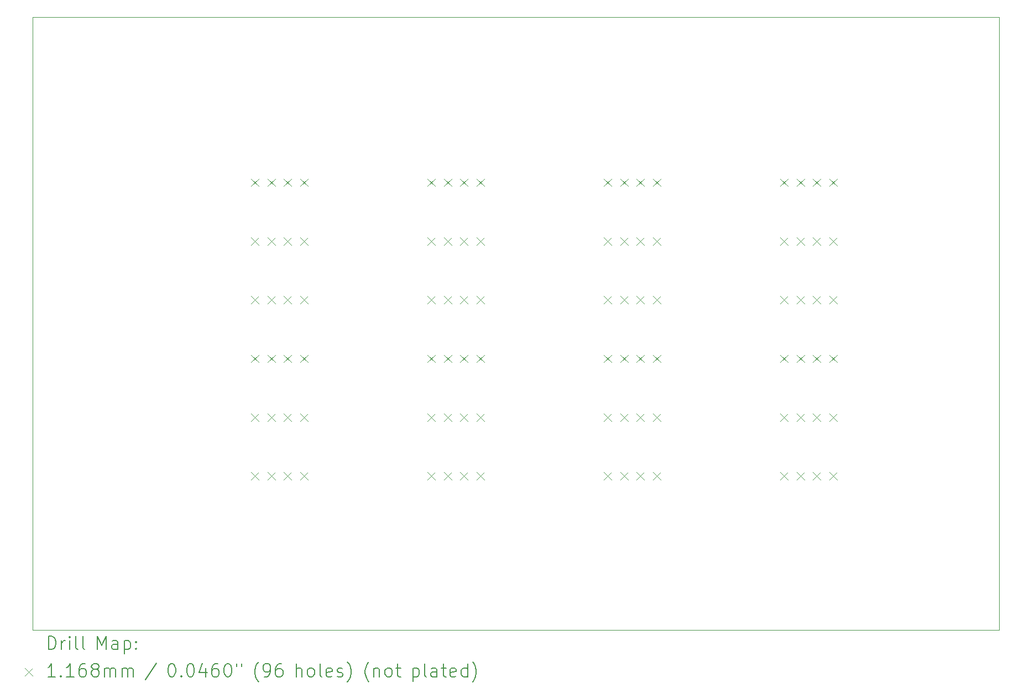
<source format=gbr>
%TF.GenerationSoftware,KiCad,Pcbnew,(7.0.0)*%
%TF.CreationDate,2023-07-13T10:05:51-04:00*%
%TF.ProjectId,bracket-led-panel,62726163-6b65-4742-9d6c-65642d70616e,rev?*%
%TF.SameCoordinates,Original*%
%TF.FileFunction,Drillmap*%
%TF.FilePolarity,Positive*%
%FSLAX45Y45*%
G04 Gerber Fmt 4.5, Leading zero omitted, Abs format (unit mm)*
G04 Created by KiCad (PCBNEW (7.0.0)) date 2023-07-13 10:05:51*
%MOMM*%
%LPD*%
G01*
G04 APERTURE LIST*
%ADD10C,0.100000*%
%ADD11C,0.200000*%
%ADD12C,0.116840*%
G04 APERTURE END LIST*
D10*
X17900000Y-11400000D02*
X17900000Y-2000000D01*
X3100000Y-2000000D02*
X3100000Y-11400000D01*
X17900000Y-2000000D02*
X3100000Y-2000000D01*
X3100000Y-11400000D02*
X17900000Y-11400000D01*
X3100000Y-11400000D02*
X3100000Y-11400000D01*
D11*
D12*
X6444580Y-4481580D02*
X6561420Y-4598420D01*
X6561420Y-4481580D02*
X6444580Y-4598420D01*
X6444580Y-5381580D02*
X6561420Y-5498420D01*
X6561420Y-5381580D02*
X6444580Y-5498420D01*
X6444580Y-6281580D02*
X6561420Y-6398420D01*
X6561420Y-6281580D02*
X6444580Y-6398420D01*
X6444580Y-7181580D02*
X6561420Y-7298420D01*
X6561420Y-7181580D02*
X6444580Y-7298420D01*
X6444580Y-8081580D02*
X6561420Y-8198420D01*
X6561420Y-8081580D02*
X6444580Y-8198420D01*
X6444580Y-8981580D02*
X6561420Y-9098420D01*
X6561420Y-8981580D02*
X6444580Y-9098420D01*
X6698580Y-4481580D02*
X6815420Y-4598420D01*
X6815420Y-4481580D02*
X6698580Y-4598420D01*
X6698580Y-5381580D02*
X6815420Y-5498420D01*
X6815420Y-5381580D02*
X6698580Y-5498420D01*
X6698580Y-6281580D02*
X6815420Y-6398420D01*
X6815420Y-6281580D02*
X6698580Y-6398420D01*
X6698580Y-7181580D02*
X6815420Y-7298420D01*
X6815420Y-7181580D02*
X6698580Y-7298420D01*
X6698580Y-8081580D02*
X6815420Y-8198420D01*
X6815420Y-8081580D02*
X6698580Y-8198420D01*
X6698580Y-8981580D02*
X6815420Y-9098420D01*
X6815420Y-8981580D02*
X6698580Y-9098420D01*
X6944580Y-4481580D02*
X7061420Y-4598420D01*
X7061420Y-4481580D02*
X6944580Y-4598420D01*
X6944580Y-5381580D02*
X7061420Y-5498420D01*
X7061420Y-5381580D02*
X6944580Y-5498420D01*
X6944580Y-6281580D02*
X7061420Y-6398420D01*
X7061420Y-6281580D02*
X6944580Y-6398420D01*
X6944580Y-7181580D02*
X7061420Y-7298420D01*
X7061420Y-7181580D02*
X6944580Y-7298420D01*
X6944580Y-8081580D02*
X7061420Y-8198420D01*
X7061420Y-8081580D02*
X6944580Y-8198420D01*
X6944580Y-8981580D02*
X7061420Y-9098420D01*
X7061420Y-8981580D02*
X6944580Y-9098420D01*
X7198580Y-4481580D02*
X7315420Y-4598420D01*
X7315420Y-4481580D02*
X7198580Y-4598420D01*
X7198580Y-5381580D02*
X7315420Y-5498420D01*
X7315420Y-5381580D02*
X7198580Y-5498420D01*
X7198580Y-6281580D02*
X7315420Y-6398420D01*
X7315420Y-6281580D02*
X7198580Y-6398420D01*
X7198580Y-7181580D02*
X7315420Y-7298420D01*
X7315420Y-7181580D02*
X7198580Y-7298420D01*
X7198580Y-8081580D02*
X7315420Y-8198420D01*
X7315420Y-8081580D02*
X7198580Y-8198420D01*
X7198580Y-8981580D02*
X7315420Y-9098420D01*
X7315420Y-8981580D02*
X7198580Y-9098420D01*
X9144580Y-4481580D02*
X9261420Y-4598420D01*
X9261420Y-4481580D02*
X9144580Y-4598420D01*
X9144580Y-5381580D02*
X9261420Y-5498420D01*
X9261420Y-5381580D02*
X9144580Y-5498420D01*
X9144580Y-6281580D02*
X9261420Y-6398420D01*
X9261420Y-6281580D02*
X9144580Y-6398420D01*
X9144580Y-7181580D02*
X9261420Y-7298420D01*
X9261420Y-7181580D02*
X9144580Y-7298420D01*
X9144580Y-8081580D02*
X9261420Y-8198420D01*
X9261420Y-8081580D02*
X9144580Y-8198420D01*
X9144580Y-8981580D02*
X9261420Y-9098420D01*
X9261420Y-8981580D02*
X9144580Y-9098420D01*
X9398580Y-4481580D02*
X9515420Y-4598420D01*
X9515420Y-4481580D02*
X9398580Y-4598420D01*
X9398580Y-5381580D02*
X9515420Y-5498420D01*
X9515420Y-5381580D02*
X9398580Y-5498420D01*
X9398580Y-6281580D02*
X9515420Y-6398420D01*
X9515420Y-6281580D02*
X9398580Y-6398420D01*
X9398580Y-7181580D02*
X9515420Y-7298420D01*
X9515420Y-7181580D02*
X9398580Y-7298420D01*
X9398580Y-8081580D02*
X9515420Y-8198420D01*
X9515420Y-8081580D02*
X9398580Y-8198420D01*
X9398580Y-8981580D02*
X9515420Y-9098420D01*
X9515420Y-8981580D02*
X9398580Y-9098420D01*
X9644580Y-4481580D02*
X9761420Y-4598420D01*
X9761420Y-4481580D02*
X9644580Y-4598420D01*
X9644580Y-5381580D02*
X9761420Y-5498420D01*
X9761420Y-5381580D02*
X9644580Y-5498420D01*
X9644580Y-6281580D02*
X9761420Y-6398420D01*
X9761420Y-6281580D02*
X9644580Y-6398420D01*
X9644580Y-7181580D02*
X9761420Y-7298420D01*
X9761420Y-7181580D02*
X9644580Y-7298420D01*
X9644580Y-8081580D02*
X9761420Y-8198420D01*
X9761420Y-8081580D02*
X9644580Y-8198420D01*
X9644580Y-8981580D02*
X9761420Y-9098420D01*
X9761420Y-8981580D02*
X9644580Y-9098420D01*
X9898580Y-4481580D02*
X10015420Y-4598420D01*
X10015420Y-4481580D02*
X9898580Y-4598420D01*
X9898580Y-5381580D02*
X10015420Y-5498420D01*
X10015420Y-5381580D02*
X9898580Y-5498420D01*
X9898580Y-6281580D02*
X10015420Y-6398420D01*
X10015420Y-6281580D02*
X9898580Y-6398420D01*
X9898580Y-7181580D02*
X10015420Y-7298420D01*
X10015420Y-7181580D02*
X9898580Y-7298420D01*
X9898580Y-8081580D02*
X10015420Y-8198420D01*
X10015420Y-8081580D02*
X9898580Y-8198420D01*
X9898580Y-8981580D02*
X10015420Y-9098420D01*
X10015420Y-8981580D02*
X9898580Y-9098420D01*
X11844580Y-4481580D02*
X11961420Y-4598420D01*
X11961420Y-4481580D02*
X11844580Y-4598420D01*
X11844580Y-5381580D02*
X11961420Y-5498420D01*
X11961420Y-5381580D02*
X11844580Y-5498420D01*
X11844580Y-6281580D02*
X11961420Y-6398420D01*
X11961420Y-6281580D02*
X11844580Y-6398420D01*
X11844580Y-7181580D02*
X11961420Y-7298420D01*
X11961420Y-7181580D02*
X11844580Y-7298420D01*
X11844580Y-8081580D02*
X11961420Y-8198420D01*
X11961420Y-8081580D02*
X11844580Y-8198420D01*
X11844580Y-8981580D02*
X11961420Y-9098420D01*
X11961420Y-8981580D02*
X11844580Y-9098420D01*
X12098580Y-4481580D02*
X12215420Y-4598420D01*
X12215420Y-4481580D02*
X12098580Y-4598420D01*
X12098580Y-5381580D02*
X12215420Y-5498420D01*
X12215420Y-5381580D02*
X12098580Y-5498420D01*
X12098580Y-6281580D02*
X12215420Y-6398420D01*
X12215420Y-6281580D02*
X12098580Y-6398420D01*
X12098580Y-7181580D02*
X12215420Y-7298420D01*
X12215420Y-7181580D02*
X12098580Y-7298420D01*
X12098580Y-8081580D02*
X12215420Y-8198420D01*
X12215420Y-8081580D02*
X12098580Y-8198420D01*
X12098580Y-8981580D02*
X12215420Y-9098420D01*
X12215420Y-8981580D02*
X12098580Y-9098420D01*
X12344580Y-4481580D02*
X12461420Y-4598420D01*
X12461420Y-4481580D02*
X12344580Y-4598420D01*
X12344580Y-5381580D02*
X12461420Y-5498420D01*
X12461420Y-5381580D02*
X12344580Y-5498420D01*
X12344580Y-6281580D02*
X12461420Y-6398420D01*
X12461420Y-6281580D02*
X12344580Y-6398420D01*
X12344580Y-7181580D02*
X12461420Y-7298420D01*
X12461420Y-7181580D02*
X12344580Y-7298420D01*
X12344580Y-8081580D02*
X12461420Y-8198420D01*
X12461420Y-8081580D02*
X12344580Y-8198420D01*
X12344580Y-8981580D02*
X12461420Y-9098420D01*
X12461420Y-8981580D02*
X12344580Y-9098420D01*
X12598580Y-4481580D02*
X12715420Y-4598420D01*
X12715420Y-4481580D02*
X12598580Y-4598420D01*
X12598580Y-5381580D02*
X12715420Y-5498420D01*
X12715420Y-5381580D02*
X12598580Y-5498420D01*
X12598580Y-6281580D02*
X12715420Y-6398420D01*
X12715420Y-6281580D02*
X12598580Y-6398420D01*
X12598580Y-7181580D02*
X12715420Y-7298420D01*
X12715420Y-7181580D02*
X12598580Y-7298420D01*
X12598580Y-8081580D02*
X12715420Y-8198420D01*
X12715420Y-8081580D02*
X12598580Y-8198420D01*
X12598580Y-8981580D02*
X12715420Y-9098420D01*
X12715420Y-8981580D02*
X12598580Y-9098420D01*
X14544580Y-4481580D02*
X14661420Y-4598420D01*
X14661420Y-4481580D02*
X14544580Y-4598420D01*
X14544580Y-5381580D02*
X14661420Y-5498420D01*
X14661420Y-5381580D02*
X14544580Y-5498420D01*
X14544580Y-6281580D02*
X14661420Y-6398420D01*
X14661420Y-6281580D02*
X14544580Y-6398420D01*
X14544580Y-7181580D02*
X14661420Y-7298420D01*
X14661420Y-7181580D02*
X14544580Y-7298420D01*
X14544580Y-8081580D02*
X14661420Y-8198420D01*
X14661420Y-8081580D02*
X14544580Y-8198420D01*
X14544580Y-8981580D02*
X14661420Y-9098420D01*
X14661420Y-8981580D02*
X14544580Y-9098420D01*
X14798580Y-4481580D02*
X14915420Y-4598420D01*
X14915420Y-4481580D02*
X14798580Y-4598420D01*
X14798580Y-5381580D02*
X14915420Y-5498420D01*
X14915420Y-5381580D02*
X14798580Y-5498420D01*
X14798580Y-6281580D02*
X14915420Y-6398420D01*
X14915420Y-6281580D02*
X14798580Y-6398420D01*
X14798580Y-7181580D02*
X14915420Y-7298420D01*
X14915420Y-7181580D02*
X14798580Y-7298420D01*
X14798580Y-8081580D02*
X14915420Y-8198420D01*
X14915420Y-8081580D02*
X14798580Y-8198420D01*
X14798580Y-8981580D02*
X14915420Y-9098420D01*
X14915420Y-8981580D02*
X14798580Y-9098420D01*
X15044580Y-4481580D02*
X15161420Y-4598420D01*
X15161420Y-4481580D02*
X15044580Y-4598420D01*
X15044580Y-5381580D02*
X15161420Y-5498420D01*
X15161420Y-5381580D02*
X15044580Y-5498420D01*
X15044580Y-6281580D02*
X15161420Y-6398420D01*
X15161420Y-6281580D02*
X15044580Y-6398420D01*
X15044580Y-7181580D02*
X15161420Y-7298420D01*
X15161420Y-7181580D02*
X15044580Y-7298420D01*
X15044580Y-8081580D02*
X15161420Y-8198420D01*
X15161420Y-8081580D02*
X15044580Y-8198420D01*
X15044580Y-8981580D02*
X15161420Y-9098420D01*
X15161420Y-8981580D02*
X15044580Y-9098420D01*
X15298580Y-4481580D02*
X15415420Y-4598420D01*
X15415420Y-4481580D02*
X15298580Y-4598420D01*
X15298580Y-5381580D02*
X15415420Y-5498420D01*
X15415420Y-5381580D02*
X15298580Y-5498420D01*
X15298580Y-6281580D02*
X15415420Y-6398420D01*
X15415420Y-6281580D02*
X15298580Y-6398420D01*
X15298580Y-7181580D02*
X15415420Y-7298420D01*
X15415420Y-7181580D02*
X15298580Y-7298420D01*
X15298580Y-8081580D02*
X15415420Y-8198420D01*
X15415420Y-8081580D02*
X15298580Y-8198420D01*
X15298580Y-8981580D02*
X15415420Y-9098420D01*
X15415420Y-8981580D02*
X15298580Y-9098420D01*
D11*
X3342619Y-11698476D02*
X3342619Y-11498476D01*
X3342619Y-11498476D02*
X3390238Y-11498476D01*
X3390238Y-11498476D02*
X3418809Y-11508000D01*
X3418809Y-11508000D02*
X3437857Y-11527048D01*
X3437857Y-11527048D02*
X3447381Y-11546095D01*
X3447381Y-11546095D02*
X3456905Y-11584190D01*
X3456905Y-11584190D02*
X3456905Y-11612762D01*
X3456905Y-11612762D02*
X3447381Y-11650857D01*
X3447381Y-11650857D02*
X3437857Y-11669905D01*
X3437857Y-11669905D02*
X3418809Y-11688952D01*
X3418809Y-11688952D02*
X3390238Y-11698476D01*
X3390238Y-11698476D02*
X3342619Y-11698476D01*
X3542619Y-11698476D02*
X3542619Y-11565143D01*
X3542619Y-11603238D02*
X3552143Y-11584190D01*
X3552143Y-11584190D02*
X3561667Y-11574667D01*
X3561667Y-11574667D02*
X3580714Y-11565143D01*
X3580714Y-11565143D02*
X3599762Y-11565143D01*
X3666428Y-11698476D02*
X3666428Y-11565143D01*
X3666428Y-11498476D02*
X3656905Y-11508000D01*
X3656905Y-11508000D02*
X3666428Y-11517524D01*
X3666428Y-11517524D02*
X3675952Y-11508000D01*
X3675952Y-11508000D02*
X3666428Y-11498476D01*
X3666428Y-11498476D02*
X3666428Y-11517524D01*
X3790238Y-11698476D02*
X3771190Y-11688952D01*
X3771190Y-11688952D02*
X3761667Y-11669905D01*
X3761667Y-11669905D02*
X3761667Y-11498476D01*
X3895000Y-11698476D02*
X3875952Y-11688952D01*
X3875952Y-11688952D02*
X3866428Y-11669905D01*
X3866428Y-11669905D02*
X3866428Y-11498476D01*
X4091190Y-11698476D02*
X4091190Y-11498476D01*
X4091190Y-11498476D02*
X4157857Y-11641333D01*
X4157857Y-11641333D02*
X4224524Y-11498476D01*
X4224524Y-11498476D02*
X4224524Y-11698476D01*
X4405476Y-11698476D02*
X4405476Y-11593714D01*
X4405476Y-11593714D02*
X4395952Y-11574667D01*
X4395952Y-11574667D02*
X4376905Y-11565143D01*
X4376905Y-11565143D02*
X4338809Y-11565143D01*
X4338809Y-11565143D02*
X4319762Y-11574667D01*
X4405476Y-11688952D02*
X4386429Y-11698476D01*
X4386429Y-11698476D02*
X4338809Y-11698476D01*
X4338809Y-11698476D02*
X4319762Y-11688952D01*
X4319762Y-11688952D02*
X4310238Y-11669905D01*
X4310238Y-11669905D02*
X4310238Y-11650857D01*
X4310238Y-11650857D02*
X4319762Y-11631809D01*
X4319762Y-11631809D02*
X4338809Y-11622286D01*
X4338809Y-11622286D02*
X4386429Y-11622286D01*
X4386429Y-11622286D02*
X4405476Y-11612762D01*
X4500714Y-11565143D02*
X4500714Y-11765143D01*
X4500714Y-11574667D02*
X4519762Y-11565143D01*
X4519762Y-11565143D02*
X4557857Y-11565143D01*
X4557857Y-11565143D02*
X4576905Y-11574667D01*
X4576905Y-11574667D02*
X4586429Y-11584190D01*
X4586429Y-11584190D02*
X4595952Y-11603238D01*
X4595952Y-11603238D02*
X4595952Y-11660381D01*
X4595952Y-11660381D02*
X4586429Y-11679428D01*
X4586429Y-11679428D02*
X4576905Y-11688952D01*
X4576905Y-11688952D02*
X4557857Y-11698476D01*
X4557857Y-11698476D02*
X4519762Y-11698476D01*
X4519762Y-11698476D02*
X4500714Y-11688952D01*
X4681667Y-11679428D02*
X4691190Y-11688952D01*
X4691190Y-11688952D02*
X4681667Y-11698476D01*
X4681667Y-11698476D02*
X4672143Y-11688952D01*
X4672143Y-11688952D02*
X4681667Y-11679428D01*
X4681667Y-11679428D02*
X4681667Y-11698476D01*
X4681667Y-11574667D02*
X4691190Y-11584190D01*
X4691190Y-11584190D02*
X4681667Y-11593714D01*
X4681667Y-11593714D02*
X4672143Y-11584190D01*
X4672143Y-11584190D02*
X4681667Y-11574667D01*
X4681667Y-11574667D02*
X4681667Y-11593714D01*
D12*
X2978160Y-11986580D02*
X3095000Y-12103420D01*
X3095000Y-11986580D02*
X2978160Y-12103420D01*
D11*
X3447381Y-12118476D02*
X3333095Y-12118476D01*
X3390238Y-12118476D02*
X3390238Y-11918476D01*
X3390238Y-11918476D02*
X3371190Y-11947048D01*
X3371190Y-11947048D02*
X3352143Y-11966095D01*
X3352143Y-11966095D02*
X3333095Y-11975619D01*
X3533095Y-12099428D02*
X3542619Y-12108952D01*
X3542619Y-12108952D02*
X3533095Y-12118476D01*
X3533095Y-12118476D02*
X3523571Y-12108952D01*
X3523571Y-12108952D02*
X3533095Y-12099428D01*
X3533095Y-12099428D02*
X3533095Y-12118476D01*
X3733095Y-12118476D02*
X3618809Y-12118476D01*
X3675952Y-12118476D02*
X3675952Y-11918476D01*
X3675952Y-11918476D02*
X3656905Y-11947048D01*
X3656905Y-11947048D02*
X3637857Y-11966095D01*
X3637857Y-11966095D02*
X3618809Y-11975619D01*
X3904524Y-11918476D02*
X3866428Y-11918476D01*
X3866428Y-11918476D02*
X3847381Y-11928000D01*
X3847381Y-11928000D02*
X3837857Y-11937524D01*
X3837857Y-11937524D02*
X3818809Y-11966095D01*
X3818809Y-11966095D02*
X3809286Y-12004190D01*
X3809286Y-12004190D02*
X3809286Y-12080381D01*
X3809286Y-12080381D02*
X3818809Y-12099428D01*
X3818809Y-12099428D02*
X3828333Y-12108952D01*
X3828333Y-12108952D02*
X3847381Y-12118476D01*
X3847381Y-12118476D02*
X3885476Y-12118476D01*
X3885476Y-12118476D02*
X3904524Y-12108952D01*
X3904524Y-12108952D02*
X3914048Y-12099428D01*
X3914048Y-12099428D02*
X3923571Y-12080381D01*
X3923571Y-12080381D02*
X3923571Y-12032762D01*
X3923571Y-12032762D02*
X3914048Y-12013714D01*
X3914048Y-12013714D02*
X3904524Y-12004190D01*
X3904524Y-12004190D02*
X3885476Y-11994667D01*
X3885476Y-11994667D02*
X3847381Y-11994667D01*
X3847381Y-11994667D02*
X3828333Y-12004190D01*
X3828333Y-12004190D02*
X3818809Y-12013714D01*
X3818809Y-12013714D02*
X3809286Y-12032762D01*
X4037857Y-12004190D02*
X4018809Y-11994667D01*
X4018809Y-11994667D02*
X4009286Y-11985143D01*
X4009286Y-11985143D02*
X3999762Y-11966095D01*
X3999762Y-11966095D02*
X3999762Y-11956571D01*
X3999762Y-11956571D02*
X4009286Y-11937524D01*
X4009286Y-11937524D02*
X4018809Y-11928000D01*
X4018809Y-11928000D02*
X4037857Y-11918476D01*
X4037857Y-11918476D02*
X4075952Y-11918476D01*
X4075952Y-11918476D02*
X4095000Y-11928000D01*
X4095000Y-11928000D02*
X4104524Y-11937524D01*
X4104524Y-11937524D02*
X4114048Y-11956571D01*
X4114048Y-11956571D02*
X4114048Y-11966095D01*
X4114048Y-11966095D02*
X4104524Y-11985143D01*
X4104524Y-11985143D02*
X4095000Y-11994667D01*
X4095000Y-11994667D02*
X4075952Y-12004190D01*
X4075952Y-12004190D02*
X4037857Y-12004190D01*
X4037857Y-12004190D02*
X4018809Y-12013714D01*
X4018809Y-12013714D02*
X4009286Y-12023238D01*
X4009286Y-12023238D02*
X3999762Y-12042286D01*
X3999762Y-12042286D02*
X3999762Y-12080381D01*
X3999762Y-12080381D02*
X4009286Y-12099428D01*
X4009286Y-12099428D02*
X4018809Y-12108952D01*
X4018809Y-12108952D02*
X4037857Y-12118476D01*
X4037857Y-12118476D02*
X4075952Y-12118476D01*
X4075952Y-12118476D02*
X4095000Y-12108952D01*
X4095000Y-12108952D02*
X4104524Y-12099428D01*
X4104524Y-12099428D02*
X4114048Y-12080381D01*
X4114048Y-12080381D02*
X4114048Y-12042286D01*
X4114048Y-12042286D02*
X4104524Y-12023238D01*
X4104524Y-12023238D02*
X4095000Y-12013714D01*
X4095000Y-12013714D02*
X4075952Y-12004190D01*
X4199762Y-12118476D02*
X4199762Y-11985143D01*
X4199762Y-12004190D02*
X4209286Y-11994667D01*
X4209286Y-11994667D02*
X4228333Y-11985143D01*
X4228333Y-11985143D02*
X4256905Y-11985143D01*
X4256905Y-11985143D02*
X4275952Y-11994667D01*
X4275952Y-11994667D02*
X4285476Y-12013714D01*
X4285476Y-12013714D02*
X4285476Y-12118476D01*
X4285476Y-12013714D02*
X4295000Y-11994667D01*
X4295000Y-11994667D02*
X4314048Y-11985143D01*
X4314048Y-11985143D02*
X4342619Y-11985143D01*
X4342619Y-11985143D02*
X4361667Y-11994667D01*
X4361667Y-11994667D02*
X4371191Y-12013714D01*
X4371191Y-12013714D02*
X4371191Y-12118476D01*
X4466429Y-12118476D02*
X4466429Y-11985143D01*
X4466429Y-12004190D02*
X4475952Y-11994667D01*
X4475952Y-11994667D02*
X4495000Y-11985143D01*
X4495000Y-11985143D02*
X4523572Y-11985143D01*
X4523572Y-11985143D02*
X4542619Y-11994667D01*
X4542619Y-11994667D02*
X4552143Y-12013714D01*
X4552143Y-12013714D02*
X4552143Y-12118476D01*
X4552143Y-12013714D02*
X4561667Y-11994667D01*
X4561667Y-11994667D02*
X4580714Y-11985143D01*
X4580714Y-11985143D02*
X4609286Y-11985143D01*
X4609286Y-11985143D02*
X4628333Y-11994667D01*
X4628333Y-11994667D02*
X4637857Y-12013714D01*
X4637857Y-12013714D02*
X4637857Y-12118476D01*
X4995952Y-11908952D02*
X4824524Y-12166095D01*
X5220714Y-11918476D02*
X5239762Y-11918476D01*
X5239762Y-11918476D02*
X5258810Y-11928000D01*
X5258810Y-11928000D02*
X5268333Y-11937524D01*
X5268333Y-11937524D02*
X5277857Y-11956571D01*
X5277857Y-11956571D02*
X5287381Y-11994667D01*
X5287381Y-11994667D02*
X5287381Y-12042286D01*
X5287381Y-12042286D02*
X5277857Y-12080381D01*
X5277857Y-12080381D02*
X5268333Y-12099428D01*
X5268333Y-12099428D02*
X5258810Y-12108952D01*
X5258810Y-12108952D02*
X5239762Y-12118476D01*
X5239762Y-12118476D02*
X5220714Y-12118476D01*
X5220714Y-12118476D02*
X5201667Y-12108952D01*
X5201667Y-12108952D02*
X5192143Y-12099428D01*
X5192143Y-12099428D02*
X5182619Y-12080381D01*
X5182619Y-12080381D02*
X5173095Y-12042286D01*
X5173095Y-12042286D02*
X5173095Y-11994667D01*
X5173095Y-11994667D02*
X5182619Y-11956571D01*
X5182619Y-11956571D02*
X5192143Y-11937524D01*
X5192143Y-11937524D02*
X5201667Y-11928000D01*
X5201667Y-11928000D02*
X5220714Y-11918476D01*
X5373095Y-12099428D02*
X5382619Y-12108952D01*
X5382619Y-12108952D02*
X5373095Y-12118476D01*
X5373095Y-12118476D02*
X5363572Y-12108952D01*
X5363572Y-12108952D02*
X5373095Y-12099428D01*
X5373095Y-12099428D02*
X5373095Y-12118476D01*
X5506429Y-11918476D02*
X5525476Y-11918476D01*
X5525476Y-11918476D02*
X5544524Y-11928000D01*
X5544524Y-11928000D02*
X5554048Y-11937524D01*
X5554048Y-11937524D02*
X5563572Y-11956571D01*
X5563572Y-11956571D02*
X5573095Y-11994667D01*
X5573095Y-11994667D02*
X5573095Y-12042286D01*
X5573095Y-12042286D02*
X5563572Y-12080381D01*
X5563572Y-12080381D02*
X5554048Y-12099428D01*
X5554048Y-12099428D02*
X5544524Y-12108952D01*
X5544524Y-12108952D02*
X5525476Y-12118476D01*
X5525476Y-12118476D02*
X5506429Y-12118476D01*
X5506429Y-12118476D02*
X5487381Y-12108952D01*
X5487381Y-12108952D02*
X5477857Y-12099428D01*
X5477857Y-12099428D02*
X5468333Y-12080381D01*
X5468333Y-12080381D02*
X5458810Y-12042286D01*
X5458810Y-12042286D02*
X5458810Y-11994667D01*
X5458810Y-11994667D02*
X5468333Y-11956571D01*
X5468333Y-11956571D02*
X5477857Y-11937524D01*
X5477857Y-11937524D02*
X5487381Y-11928000D01*
X5487381Y-11928000D02*
X5506429Y-11918476D01*
X5744524Y-11985143D02*
X5744524Y-12118476D01*
X5696905Y-11908952D02*
X5649286Y-12051809D01*
X5649286Y-12051809D02*
X5773095Y-12051809D01*
X5935000Y-11918476D02*
X5896905Y-11918476D01*
X5896905Y-11918476D02*
X5877857Y-11928000D01*
X5877857Y-11928000D02*
X5868333Y-11937524D01*
X5868333Y-11937524D02*
X5849286Y-11966095D01*
X5849286Y-11966095D02*
X5839762Y-12004190D01*
X5839762Y-12004190D02*
X5839762Y-12080381D01*
X5839762Y-12080381D02*
X5849286Y-12099428D01*
X5849286Y-12099428D02*
X5858810Y-12108952D01*
X5858810Y-12108952D02*
X5877857Y-12118476D01*
X5877857Y-12118476D02*
X5915952Y-12118476D01*
X5915952Y-12118476D02*
X5935000Y-12108952D01*
X5935000Y-12108952D02*
X5944524Y-12099428D01*
X5944524Y-12099428D02*
X5954048Y-12080381D01*
X5954048Y-12080381D02*
X5954048Y-12032762D01*
X5954048Y-12032762D02*
X5944524Y-12013714D01*
X5944524Y-12013714D02*
X5935000Y-12004190D01*
X5935000Y-12004190D02*
X5915952Y-11994667D01*
X5915952Y-11994667D02*
X5877857Y-11994667D01*
X5877857Y-11994667D02*
X5858810Y-12004190D01*
X5858810Y-12004190D02*
X5849286Y-12013714D01*
X5849286Y-12013714D02*
X5839762Y-12032762D01*
X6077857Y-11918476D02*
X6096905Y-11918476D01*
X6096905Y-11918476D02*
X6115952Y-11928000D01*
X6115952Y-11928000D02*
X6125476Y-11937524D01*
X6125476Y-11937524D02*
X6135000Y-11956571D01*
X6135000Y-11956571D02*
X6144524Y-11994667D01*
X6144524Y-11994667D02*
X6144524Y-12042286D01*
X6144524Y-12042286D02*
X6135000Y-12080381D01*
X6135000Y-12080381D02*
X6125476Y-12099428D01*
X6125476Y-12099428D02*
X6115952Y-12108952D01*
X6115952Y-12108952D02*
X6096905Y-12118476D01*
X6096905Y-12118476D02*
X6077857Y-12118476D01*
X6077857Y-12118476D02*
X6058810Y-12108952D01*
X6058810Y-12108952D02*
X6049286Y-12099428D01*
X6049286Y-12099428D02*
X6039762Y-12080381D01*
X6039762Y-12080381D02*
X6030238Y-12042286D01*
X6030238Y-12042286D02*
X6030238Y-11994667D01*
X6030238Y-11994667D02*
X6039762Y-11956571D01*
X6039762Y-11956571D02*
X6049286Y-11937524D01*
X6049286Y-11937524D02*
X6058810Y-11928000D01*
X6058810Y-11928000D02*
X6077857Y-11918476D01*
X6220714Y-11918476D02*
X6220714Y-11956571D01*
X6296905Y-11918476D02*
X6296905Y-11956571D01*
X6559762Y-12194667D02*
X6550238Y-12185143D01*
X6550238Y-12185143D02*
X6531191Y-12156571D01*
X6531191Y-12156571D02*
X6521667Y-12137524D01*
X6521667Y-12137524D02*
X6512143Y-12108952D01*
X6512143Y-12108952D02*
X6502619Y-12061333D01*
X6502619Y-12061333D02*
X6502619Y-12023238D01*
X6502619Y-12023238D02*
X6512143Y-11975619D01*
X6512143Y-11975619D02*
X6521667Y-11947048D01*
X6521667Y-11947048D02*
X6531191Y-11928000D01*
X6531191Y-11928000D02*
X6550238Y-11899428D01*
X6550238Y-11899428D02*
X6559762Y-11889905D01*
X6645476Y-12118476D02*
X6683571Y-12118476D01*
X6683571Y-12118476D02*
X6702619Y-12108952D01*
X6702619Y-12108952D02*
X6712143Y-12099428D01*
X6712143Y-12099428D02*
X6731191Y-12070857D01*
X6731191Y-12070857D02*
X6740714Y-12032762D01*
X6740714Y-12032762D02*
X6740714Y-11956571D01*
X6740714Y-11956571D02*
X6731191Y-11937524D01*
X6731191Y-11937524D02*
X6721667Y-11928000D01*
X6721667Y-11928000D02*
X6702619Y-11918476D01*
X6702619Y-11918476D02*
X6664524Y-11918476D01*
X6664524Y-11918476D02*
X6645476Y-11928000D01*
X6645476Y-11928000D02*
X6635952Y-11937524D01*
X6635952Y-11937524D02*
X6626429Y-11956571D01*
X6626429Y-11956571D02*
X6626429Y-12004190D01*
X6626429Y-12004190D02*
X6635952Y-12023238D01*
X6635952Y-12023238D02*
X6645476Y-12032762D01*
X6645476Y-12032762D02*
X6664524Y-12042286D01*
X6664524Y-12042286D02*
X6702619Y-12042286D01*
X6702619Y-12042286D02*
X6721667Y-12032762D01*
X6721667Y-12032762D02*
X6731191Y-12023238D01*
X6731191Y-12023238D02*
X6740714Y-12004190D01*
X6912143Y-11918476D02*
X6874048Y-11918476D01*
X6874048Y-11918476D02*
X6855000Y-11928000D01*
X6855000Y-11928000D02*
X6845476Y-11937524D01*
X6845476Y-11937524D02*
X6826429Y-11966095D01*
X6826429Y-11966095D02*
X6816905Y-12004190D01*
X6816905Y-12004190D02*
X6816905Y-12080381D01*
X6816905Y-12080381D02*
X6826429Y-12099428D01*
X6826429Y-12099428D02*
X6835952Y-12108952D01*
X6835952Y-12108952D02*
X6855000Y-12118476D01*
X6855000Y-12118476D02*
X6893095Y-12118476D01*
X6893095Y-12118476D02*
X6912143Y-12108952D01*
X6912143Y-12108952D02*
X6921667Y-12099428D01*
X6921667Y-12099428D02*
X6931191Y-12080381D01*
X6931191Y-12080381D02*
X6931191Y-12032762D01*
X6931191Y-12032762D02*
X6921667Y-12013714D01*
X6921667Y-12013714D02*
X6912143Y-12004190D01*
X6912143Y-12004190D02*
X6893095Y-11994667D01*
X6893095Y-11994667D02*
X6855000Y-11994667D01*
X6855000Y-11994667D02*
X6835952Y-12004190D01*
X6835952Y-12004190D02*
X6826429Y-12013714D01*
X6826429Y-12013714D02*
X6816905Y-12032762D01*
X7136905Y-12118476D02*
X7136905Y-11918476D01*
X7222619Y-12118476D02*
X7222619Y-12013714D01*
X7222619Y-12013714D02*
X7213095Y-11994667D01*
X7213095Y-11994667D02*
X7194048Y-11985143D01*
X7194048Y-11985143D02*
X7165476Y-11985143D01*
X7165476Y-11985143D02*
X7146429Y-11994667D01*
X7146429Y-11994667D02*
X7136905Y-12004190D01*
X7346429Y-12118476D02*
X7327381Y-12108952D01*
X7327381Y-12108952D02*
X7317857Y-12099428D01*
X7317857Y-12099428D02*
X7308333Y-12080381D01*
X7308333Y-12080381D02*
X7308333Y-12023238D01*
X7308333Y-12023238D02*
X7317857Y-12004190D01*
X7317857Y-12004190D02*
X7327381Y-11994667D01*
X7327381Y-11994667D02*
X7346429Y-11985143D01*
X7346429Y-11985143D02*
X7375000Y-11985143D01*
X7375000Y-11985143D02*
X7394048Y-11994667D01*
X7394048Y-11994667D02*
X7403572Y-12004190D01*
X7403572Y-12004190D02*
X7413095Y-12023238D01*
X7413095Y-12023238D02*
X7413095Y-12080381D01*
X7413095Y-12080381D02*
X7403572Y-12099428D01*
X7403572Y-12099428D02*
X7394048Y-12108952D01*
X7394048Y-12108952D02*
X7375000Y-12118476D01*
X7375000Y-12118476D02*
X7346429Y-12118476D01*
X7527381Y-12118476D02*
X7508333Y-12108952D01*
X7508333Y-12108952D02*
X7498810Y-12089905D01*
X7498810Y-12089905D02*
X7498810Y-11918476D01*
X7679762Y-12108952D02*
X7660714Y-12118476D01*
X7660714Y-12118476D02*
X7622619Y-12118476D01*
X7622619Y-12118476D02*
X7603572Y-12108952D01*
X7603572Y-12108952D02*
X7594048Y-12089905D01*
X7594048Y-12089905D02*
X7594048Y-12013714D01*
X7594048Y-12013714D02*
X7603572Y-11994667D01*
X7603572Y-11994667D02*
X7622619Y-11985143D01*
X7622619Y-11985143D02*
X7660714Y-11985143D01*
X7660714Y-11985143D02*
X7679762Y-11994667D01*
X7679762Y-11994667D02*
X7689286Y-12013714D01*
X7689286Y-12013714D02*
X7689286Y-12032762D01*
X7689286Y-12032762D02*
X7594048Y-12051809D01*
X7765476Y-12108952D02*
X7784524Y-12118476D01*
X7784524Y-12118476D02*
X7822619Y-12118476D01*
X7822619Y-12118476D02*
X7841667Y-12108952D01*
X7841667Y-12108952D02*
X7851191Y-12089905D01*
X7851191Y-12089905D02*
X7851191Y-12080381D01*
X7851191Y-12080381D02*
X7841667Y-12061333D01*
X7841667Y-12061333D02*
X7822619Y-12051809D01*
X7822619Y-12051809D02*
X7794048Y-12051809D01*
X7794048Y-12051809D02*
X7775000Y-12042286D01*
X7775000Y-12042286D02*
X7765476Y-12023238D01*
X7765476Y-12023238D02*
X7765476Y-12013714D01*
X7765476Y-12013714D02*
X7775000Y-11994667D01*
X7775000Y-11994667D02*
X7794048Y-11985143D01*
X7794048Y-11985143D02*
X7822619Y-11985143D01*
X7822619Y-11985143D02*
X7841667Y-11994667D01*
X7917857Y-12194667D02*
X7927381Y-12185143D01*
X7927381Y-12185143D02*
X7946429Y-12156571D01*
X7946429Y-12156571D02*
X7955953Y-12137524D01*
X7955953Y-12137524D02*
X7965476Y-12108952D01*
X7965476Y-12108952D02*
X7975000Y-12061333D01*
X7975000Y-12061333D02*
X7975000Y-12023238D01*
X7975000Y-12023238D02*
X7965476Y-11975619D01*
X7965476Y-11975619D02*
X7955953Y-11947048D01*
X7955953Y-11947048D02*
X7946429Y-11928000D01*
X7946429Y-11928000D02*
X7927381Y-11899428D01*
X7927381Y-11899428D02*
X7917857Y-11889905D01*
X8247381Y-12194667D02*
X8237857Y-12185143D01*
X8237857Y-12185143D02*
X8218810Y-12156571D01*
X8218810Y-12156571D02*
X8209286Y-12137524D01*
X8209286Y-12137524D02*
X8199762Y-12108952D01*
X8199762Y-12108952D02*
X8190238Y-12061333D01*
X8190238Y-12061333D02*
X8190238Y-12023238D01*
X8190238Y-12023238D02*
X8199762Y-11975619D01*
X8199762Y-11975619D02*
X8209286Y-11947048D01*
X8209286Y-11947048D02*
X8218810Y-11928000D01*
X8218810Y-11928000D02*
X8237857Y-11899428D01*
X8237857Y-11899428D02*
X8247381Y-11889905D01*
X8323572Y-11985143D02*
X8323572Y-12118476D01*
X8323572Y-12004190D02*
X8333095Y-11994667D01*
X8333095Y-11994667D02*
X8352143Y-11985143D01*
X8352143Y-11985143D02*
X8380714Y-11985143D01*
X8380714Y-11985143D02*
X8399762Y-11994667D01*
X8399762Y-11994667D02*
X8409286Y-12013714D01*
X8409286Y-12013714D02*
X8409286Y-12118476D01*
X8533095Y-12118476D02*
X8514048Y-12108952D01*
X8514048Y-12108952D02*
X8504524Y-12099428D01*
X8504524Y-12099428D02*
X8495000Y-12080381D01*
X8495000Y-12080381D02*
X8495000Y-12023238D01*
X8495000Y-12023238D02*
X8504524Y-12004190D01*
X8504524Y-12004190D02*
X8514048Y-11994667D01*
X8514048Y-11994667D02*
X8533095Y-11985143D01*
X8533095Y-11985143D02*
X8561667Y-11985143D01*
X8561667Y-11985143D02*
X8580715Y-11994667D01*
X8580715Y-11994667D02*
X8590238Y-12004190D01*
X8590238Y-12004190D02*
X8599762Y-12023238D01*
X8599762Y-12023238D02*
X8599762Y-12080381D01*
X8599762Y-12080381D02*
X8590238Y-12099428D01*
X8590238Y-12099428D02*
X8580715Y-12108952D01*
X8580715Y-12108952D02*
X8561667Y-12118476D01*
X8561667Y-12118476D02*
X8533095Y-12118476D01*
X8656905Y-11985143D02*
X8733095Y-11985143D01*
X8685476Y-11918476D02*
X8685476Y-12089905D01*
X8685476Y-12089905D02*
X8695000Y-12108952D01*
X8695000Y-12108952D02*
X8714048Y-12118476D01*
X8714048Y-12118476D02*
X8733095Y-12118476D01*
X8919762Y-11985143D02*
X8919762Y-12185143D01*
X8919762Y-11994667D02*
X8938810Y-11985143D01*
X8938810Y-11985143D02*
X8976905Y-11985143D01*
X8976905Y-11985143D02*
X8995953Y-11994667D01*
X8995953Y-11994667D02*
X9005476Y-12004190D01*
X9005476Y-12004190D02*
X9015000Y-12023238D01*
X9015000Y-12023238D02*
X9015000Y-12080381D01*
X9015000Y-12080381D02*
X9005476Y-12099428D01*
X9005476Y-12099428D02*
X8995953Y-12108952D01*
X8995953Y-12108952D02*
X8976905Y-12118476D01*
X8976905Y-12118476D02*
X8938810Y-12118476D01*
X8938810Y-12118476D02*
X8919762Y-12108952D01*
X9129286Y-12118476D02*
X9110238Y-12108952D01*
X9110238Y-12108952D02*
X9100715Y-12089905D01*
X9100715Y-12089905D02*
X9100715Y-11918476D01*
X9291191Y-12118476D02*
X9291191Y-12013714D01*
X9291191Y-12013714D02*
X9281667Y-11994667D01*
X9281667Y-11994667D02*
X9262619Y-11985143D01*
X9262619Y-11985143D02*
X9224524Y-11985143D01*
X9224524Y-11985143D02*
X9205476Y-11994667D01*
X9291191Y-12108952D02*
X9272143Y-12118476D01*
X9272143Y-12118476D02*
X9224524Y-12118476D01*
X9224524Y-12118476D02*
X9205476Y-12108952D01*
X9205476Y-12108952D02*
X9195953Y-12089905D01*
X9195953Y-12089905D02*
X9195953Y-12070857D01*
X9195953Y-12070857D02*
X9205476Y-12051809D01*
X9205476Y-12051809D02*
X9224524Y-12042286D01*
X9224524Y-12042286D02*
X9272143Y-12042286D01*
X9272143Y-12042286D02*
X9291191Y-12032762D01*
X9357857Y-11985143D02*
X9434048Y-11985143D01*
X9386429Y-11918476D02*
X9386429Y-12089905D01*
X9386429Y-12089905D02*
X9395953Y-12108952D01*
X9395953Y-12108952D02*
X9415000Y-12118476D01*
X9415000Y-12118476D02*
X9434048Y-12118476D01*
X9576905Y-12108952D02*
X9557857Y-12118476D01*
X9557857Y-12118476D02*
X9519762Y-12118476D01*
X9519762Y-12118476D02*
X9500715Y-12108952D01*
X9500715Y-12108952D02*
X9491191Y-12089905D01*
X9491191Y-12089905D02*
X9491191Y-12013714D01*
X9491191Y-12013714D02*
X9500715Y-11994667D01*
X9500715Y-11994667D02*
X9519762Y-11985143D01*
X9519762Y-11985143D02*
X9557857Y-11985143D01*
X9557857Y-11985143D02*
X9576905Y-11994667D01*
X9576905Y-11994667D02*
X9586429Y-12013714D01*
X9586429Y-12013714D02*
X9586429Y-12032762D01*
X9586429Y-12032762D02*
X9491191Y-12051809D01*
X9757857Y-12118476D02*
X9757857Y-11918476D01*
X9757857Y-12108952D02*
X9738810Y-12118476D01*
X9738810Y-12118476D02*
X9700715Y-12118476D01*
X9700715Y-12118476D02*
X9681667Y-12108952D01*
X9681667Y-12108952D02*
X9672143Y-12099428D01*
X9672143Y-12099428D02*
X9662619Y-12080381D01*
X9662619Y-12080381D02*
X9662619Y-12023238D01*
X9662619Y-12023238D02*
X9672143Y-12004190D01*
X9672143Y-12004190D02*
X9681667Y-11994667D01*
X9681667Y-11994667D02*
X9700715Y-11985143D01*
X9700715Y-11985143D02*
X9738810Y-11985143D01*
X9738810Y-11985143D02*
X9757857Y-11994667D01*
X9834048Y-12194667D02*
X9843572Y-12185143D01*
X9843572Y-12185143D02*
X9862619Y-12156571D01*
X9862619Y-12156571D02*
X9872143Y-12137524D01*
X9872143Y-12137524D02*
X9881667Y-12108952D01*
X9881667Y-12108952D02*
X9891191Y-12061333D01*
X9891191Y-12061333D02*
X9891191Y-12023238D01*
X9891191Y-12023238D02*
X9881667Y-11975619D01*
X9881667Y-11975619D02*
X9872143Y-11947048D01*
X9872143Y-11947048D02*
X9862619Y-11928000D01*
X9862619Y-11928000D02*
X9843572Y-11899428D01*
X9843572Y-11899428D02*
X9834048Y-11889905D01*
M02*

</source>
